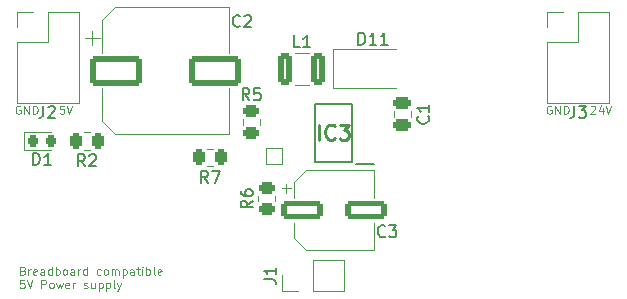
<source format=gto>
G04 #@! TF.GenerationSoftware,KiCad,Pcbnew,(6.0.2)*
G04 #@! TF.CreationDate,2022-07-27T12:55:18+02:00*
G04 #@! TF.ProjectId,DC-DC-Converter,44432d44-432d-4436-9f6e-766572746572,rev?*
G04 #@! TF.SameCoordinates,Original*
G04 #@! TF.FileFunction,Legend,Top*
G04 #@! TF.FilePolarity,Positive*
%FSLAX46Y46*%
G04 Gerber Fmt 4.6, Leading zero omitted, Abs format (unit mm)*
G04 Created by KiCad (PCBNEW (6.0.2)) date 2022-07-27 12:55:18*
%MOMM*%
%LPD*%
G01*
G04 APERTURE LIST*
G04 Aperture macros list*
%AMRoundRect*
0 Rectangle with rounded corners*
0 $1 Rounding radius*
0 $2 $3 $4 $5 $6 $7 $8 $9 X,Y pos of 4 corners*
0 Add a 4 corners polygon primitive as box body*
4,1,4,$2,$3,$4,$5,$6,$7,$8,$9,$2,$3,0*
0 Add four circle primitives for the rounded corners*
1,1,$1+$1,$2,$3*
1,1,$1+$1,$4,$5*
1,1,$1+$1,$6,$7*
1,1,$1+$1,$8,$9*
0 Add four rect primitives between the rounded corners*
20,1,$1+$1,$2,$3,$4,$5,0*
20,1,$1+$1,$4,$5,$6,$7,0*
20,1,$1+$1,$6,$7,$8,$9,0*
20,1,$1+$1,$8,$9,$2,$3,0*%
G04 Aperture macros list end*
%ADD10C,0.100000*%
%ADD11C,0.150000*%
%ADD12C,0.254000*%
%ADD13C,0.120000*%
%ADD14C,0.200000*%
%ADD15R,1.000000X1.000000*%
%ADD16O,1.700000X1.700000*%
%ADD17R,1.700000X1.700000*%
%ADD18RoundRect,0.250000X-0.262500X-0.450000X0.262500X-0.450000X0.262500X0.450000X-0.262500X0.450000X0*%
%ADD19RoundRect,0.250000X0.450000X-0.262500X0.450000X0.262500X-0.450000X0.262500X-0.450000X-0.262500X0*%
%ADD20RoundRect,0.250000X-0.375000X-1.075000X0.375000X-1.075000X0.375000X1.075000X-0.375000X1.075000X0*%
%ADD21R,1.525000X0.700000*%
%ADD22R,2.500000X1.800000*%
%ADD23RoundRect,0.218750X-0.218750X-0.256250X0.218750X-0.256250X0.218750X0.256250X-0.218750X0.256250X0*%
%ADD24RoundRect,0.250000X-1.500000X-0.550000X1.500000X-0.550000X1.500000X0.550000X-1.500000X0.550000X0*%
%ADD25RoundRect,0.250000X-1.950000X-1.000000X1.950000X-1.000000X1.950000X1.000000X-1.950000X1.000000X0*%
%ADD26RoundRect,0.250000X0.475000X-0.250000X0.475000X0.250000X-0.475000X0.250000X-0.475000X-0.250000X0*%
G04 APERTURE END LIST*
D10*
X59165000Y-140586500D02*
X59265000Y-140619833D01*
X59298333Y-140653166D01*
X59331666Y-140719833D01*
X59331666Y-140819833D01*
X59298333Y-140886500D01*
X59265000Y-140919833D01*
X59198333Y-140953166D01*
X58931666Y-140953166D01*
X58931666Y-140253166D01*
X59165000Y-140253166D01*
X59231666Y-140286500D01*
X59265000Y-140319833D01*
X59298333Y-140386500D01*
X59298333Y-140453166D01*
X59265000Y-140519833D01*
X59231666Y-140553166D01*
X59165000Y-140586500D01*
X58931666Y-140586500D01*
X59631666Y-140953166D02*
X59631666Y-140486500D01*
X59631666Y-140619833D02*
X59665000Y-140553166D01*
X59698333Y-140519833D01*
X59765000Y-140486500D01*
X59831666Y-140486500D01*
X60331666Y-140919833D02*
X60265000Y-140953166D01*
X60131666Y-140953166D01*
X60065000Y-140919833D01*
X60031666Y-140853166D01*
X60031666Y-140586500D01*
X60065000Y-140519833D01*
X60131666Y-140486500D01*
X60265000Y-140486500D01*
X60331666Y-140519833D01*
X60365000Y-140586500D01*
X60365000Y-140653166D01*
X60031666Y-140719833D01*
X60965000Y-140953166D02*
X60965000Y-140586500D01*
X60931666Y-140519833D01*
X60865000Y-140486500D01*
X60731666Y-140486500D01*
X60665000Y-140519833D01*
X60965000Y-140919833D02*
X60898333Y-140953166D01*
X60731666Y-140953166D01*
X60665000Y-140919833D01*
X60631666Y-140853166D01*
X60631666Y-140786500D01*
X60665000Y-140719833D01*
X60731666Y-140686500D01*
X60898333Y-140686500D01*
X60965000Y-140653166D01*
X61598333Y-140953166D02*
X61598333Y-140253166D01*
X61598333Y-140919833D02*
X61531666Y-140953166D01*
X61398333Y-140953166D01*
X61331666Y-140919833D01*
X61298333Y-140886500D01*
X61265000Y-140819833D01*
X61265000Y-140619833D01*
X61298333Y-140553166D01*
X61331666Y-140519833D01*
X61398333Y-140486500D01*
X61531666Y-140486500D01*
X61598333Y-140519833D01*
X61931666Y-140953166D02*
X61931666Y-140253166D01*
X61931666Y-140519833D02*
X61998333Y-140486500D01*
X62131666Y-140486500D01*
X62198333Y-140519833D01*
X62231666Y-140553166D01*
X62265000Y-140619833D01*
X62265000Y-140819833D01*
X62231666Y-140886500D01*
X62198333Y-140919833D01*
X62131666Y-140953166D01*
X61998333Y-140953166D01*
X61931666Y-140919833D01*
X62665000Y-140953166D02*
X62598333Y-140919833D01*
X62565000Y-140886500D01*
X62531666Y-140819833D01*
X62531666Y-140619833D01*
X62565000Y-140553166D01*
X62598333Y-140519833D01*
X62665000Y-140486500D01*
X62765000Y-140486500D01*
X62831666Y-140519833D01*
X62865000Y-140553166D01*
X62898333Y-140619833D01*
X62898333Y-140819833D01*
X62865000Y-140886500D01*
X62831666Y-140919833D01*
X62765000Y-140953166D01*
X62665000Y-140953166D01*
X63498333Y-140953166D02*
X63498333Y-140586500D01*
X63465000Y-140519833D01*
X63398333Y-140486500D01*
X63265000Y-140486500D01*
X63198333Y-140519833D01*
X63498333Y-140919833D02*
X63431666Y-140953166D01*
X63265000Y-140953166D01*
X63198333Y-140919833D01*
X63165000Y-140853166D01*
X63165000Y-140786500D01*
X63198333Y-140719833D01*
X63265000Y-140686500D01*
X63431666Y-140686500D01*
X63498333Y-140653166D01*
X63831666Y-140953166D02*
X63831666Y-140486500D01*
X63831666Y-140619833D02*
X63865000Y-140553166D01*
X63898333Y-140519833D01*
X63965000Y-140486500D01*
X64031666Y-140486500D01*
X64565000Y-140953166D02*
X64565000Y-140253166D01*
X64565000Y-140919833D02*
X64498333Y-140953166D01*
X64365000Y-140953166D01*
X64298333Y-140919833D01*
X64265000Y-140886500D01*
X64231666Y-140819833D01*
X64231666Y-140619833D01*
X64265000Y-140553166D01*
X64298333Y-140519833D01*
X64365000Y-140486500D01*
X64498333Y-140486500D01*
X64565000Y-140519833D01*
X65731666Y-140919833D02*
X65665000Y-140953166D01*
X65531666Y-140953166D01*
X65465000Y-140919833D01*
X65431666Y-140886500D01*
X65398333Y-140819833D01*
X65398333Y-140619833D01*
X65431666Y-140553166D01*
X65465000Y-140519833D01*
X65531666Y-140486500D01*
X65665000Y-140486500D01*
X65731666Y-140519833D01*
X66131666Y-140953166D02*
X66065000Y-140919833D01*
X66031666Y-140886500D01*
X65998333Y-140819833D01*
X65998333Y-140619833D01*
X66031666Y-140553166D01*
X66065000Y-140519833D01*
X66131666Y-140486500D01*
X66231666Y-140486500D01*
X66298333Y-140519833D01*
X66331666Y-140553166D01*
X66365000Y-140619833D01*
X66365000Y-140819833D01*
X66331666Y-140886500D01*
X66298333Y-140919833D01*
X66231666Y-140953166D01*
X66131666Y-140953166D01*
X66665000Y-140953166D02*
X66665000Y-140486500D01*
X66665000Y-140553166D02*
X66698333Y-140519833D01*
X66765000Y-140486500D01*
X66865000Y-140486500D01*
X66931666Y-140519833D01*
X66965000Y-140586500D01*
X66965000Y-140953166D01*
X66965000Y-140586500D02*
X66998333Y-140519833D01*
X67065000Y-140486500D01*
X67165000Y-140486500D01*
X67231666Y-140519833D01*
X67265000Y-140586500D01*
X67265000Y-140953166D01*
X67598333Y-140486500D02*
X67598333Y-141186500D01*
X67598333Y-140519833D02*
X67665000Y-140486500D01*
X67798333Y-140486500D01*
X67865000Y-140519833D01*
X67898333Y-140553166D01*
X67931666Y-140619833D01*
X67931666Y-140819833D01*
X67898333Y-140886500D01*
X67865000Y-140919833D01*
X67798333Y-140953166D01*
X67665000Y-140953166D01*
X67598333Y-140919833D01*
X68531666Y-140953166D02*
X68531666Y-140586500D01*
X68498333Y-140519833D01*
X68431666Y-140486500D01*
X68298333Y-140486500D01*
X68231666Y-140519833D01*
X68531666Y-140919833D02*
X68465000Y-140953166D01*
X68298333Y-140953166D01*
X68231666Y-140919833D01*
X68198333Y-140853166D01*
X68198333Y-140786500D01*
X68231666Y-140719833D01*
X68298333Y-140686500D01*
X68465000Y-140686500D01*
X68531666Y-140653166D01*
X68765000Y-140486500D02*
X69031666Y-140486500D01*
X68865000Y-140253166D02*
X68865000Y-140853166D01*
X68898333Y-140919833D01*
X68965000Y-140953166D01*
X69031666Y-140953166D01*
X69265000Y-140953166D02*
X69265000Y-140486500D01*
X69265000Y-140253166D02*
X69231666Y-140286500D01*
X69265000Y-140319833D01*
X69298333Y-140286500D01*
X69265000Y-140253166D01*
X69265000Y-140319833D01*
X69598333Y-140953166D02*
X69598333Y-140253166D01*
X69598333Y-140519833D02*
X69665000Y-140486500D01*
X69798333Y-140486500D01*
X69865000Y-140519833D01*
X69898333Y-140553166D01*
X69931666Y-140619833D01*
X69931666Y-140819833D01*
X69898333Y-140886500D01*
X69865000Y-140919833D01*
X69798333Y-140953166D01*
X69665000Y-140953166D01*
X69598333Y-140919833D01*
X70331666Y-140953166D02*
X70265000Y-140919833D01*
X70231666Y-140853166D01*
X70231666Y-140253166D01*
X70865000Y-140919833D02*
X70798333Y-140953166D01*
X70665000Y-140953166D01*
X70598333Y-140919833D01*
X70565000Y-140853166D01*
X70565000Y-140586500D01*
X70598333Y-140519833D01*
X70665000Y-140486500D01*
X70798333Y-140486500D01*
X70865000Y-140519833D01*
X70898333Y-140586500D01*
X70898333Y-140653166D01*
X70565000Y-140719833D01*
X59265000Y-141380166D02*
X58931666Y-141380166D01*
X58898333Y-141713500D01*
X58931666Y-141680166D01*
X58998333Y-141646833D01*
X59165000Y-141646833D01*
X59231666Y-141680166D01*
X59265000Y-141713500D01*
X59298333Y-141780166D01*
X59298333Y-141946833D01*
X59265000Y-142013500D01*
X59231666Y-142046833D01*
X59165000Y-142080166D01*
X58998333Y-142080166D01*
X58931666Y-142046833D01*
X58898333Y-142013500D01*
X59498333Y-141380166D02*
X59731666Y-142080166D01*
X59965000Y-141380166D01*
X60731666Y-142080166D02*
X60731666Y-141380166D01*
X60998333Y-141380166D01*
X61065000Y-141413500D01*
X61098333Y-141446833D01*
X61131666Y-141513500D01*
X61131666Y-141613500D01*
X61098333Y-141680166D01*
X61065000Y-141713500D01*
X60998333Y-141746833D01*
X60731666Y-141746833D01*
X61531666Y-142080166D02*
X61465000Y-142046833D01*
X61431666Y-142013500D01*
X61398333Y-141946833D01*
X61398333Y-141746833D01*
X61431666Y-141680166D01*
X61465000Y-141646833D01*
X61531666Y-141613500D01*
X61631666Y-141613500D01*
X61698333Y-141646833D01*
X61731666Y-141680166D01*
X61765000Y-141746833D01*
X61765000Y-141946833D01*
X61731666Y-142013500D01*
X61698333Y-142046833D01*
X61631666Y-142080166D01*
X61531666Y-142080166D01*
X61998333Y-141613500D02*
X62131666Y-142080166D01*
X62265000Y-141746833D01*
X62398333Y-142080166D01*
X62531666Y-141613500D01*
X63065000Y-142046833D02*
X62998333Y-142080166D01*
X62865000Y-142080166D01*
X62798333Y-142046833D01*
X62765000Y-141980166D01*
X62765000Y-141713500D01*
X62798333Y-141646833D01*
X62865000Y-141613500D01*
X62998333Y-141613500D01*
X63065000Y-141646833D01*
X63098333Y-141713500D01*
X63098333Y-141780166D01*
X62765000Y-141846833D01*
X63398333Y-142080166D02*
X63398333Y-141613500D01*
X63398333Y-141746833D02*
X63431666Y-141680166D01*
X63465000Y-141646833D01*
X63531666Y-141613500D01*
X63598333Y-141613500D01*
X64331666Y-142046833D02*
X64398333Y-142080166D01*
X64531666Y-142080166D01*
X64598333Y-142046833D01*
X64631666Y-141980166D01*
X64631666Y-141946833D01*
X64598333Y-141880166D01*
X64531666Y-141846833D01*
X64431666Y-141846833D01*
X64365000Y-141813500D01*
X64331666Y-141746833D01*
X64331666Y-141713500D01*
X64365000Y-141646833D01*
X64431666Y-141613500D01*
X64531666Y-141613500D01*
X64598333Y-141646833D01*
X65231666Y-141613500D02*
X65231666Y-142080166D01*
X64931666Y-141613500D02*
X64931666Y-141980166D01*
X64965000Y-142046833D01*
X65031666Y-142080166D01*
X65131666Y-142080166D01*
X65198333Y-142046833D01*
X65231666Y-142013500D01*
X65565000Y-141613500D02*
X65565000Y-142313500D01*
X65565000Y-141646833D02*
X65631666Y-141613500D01*
X65765000Y-141613500D01*
X65831666Y-141646833D01*
X65865000Y-141680166D01*
X65898333Y-141746833D01*
X65898333Y-141946833D01*
X65865000Y-142013500D01*
X65831666Y-142046833D01*
X65765000Y-142080166D01*
X65631666Y-142080166D01*
X65565000Y-142046833D01*
X66198333Y-141613500D02*
X66198333Y-142313500D01*
X66198333Y-141646833D02*
X66265000Y-141613500D01*
X66398333Y-141613500D01*
X66465000Y-141646833D01*
X66498333Y-141680166D01*
X66531666Y-141746833D01*
X66531666Y-141946833D01*
X66498333Y-142013500D01*
X66465000Y-142046833D01*
X66398333Y-142080166D01*
X66265000Y-142080166D01*
X66198333Y-142046833D01*
X66931666Y-142080166D02*
X66865000Y-142046833D01*
X66831666Y-141980166D01*
X66831666Y-141380166D01*
X67131666Y-141613500D02*
X67298333Y-142080166D01*
X67465000Y-141613500D02*
X67298333Y-142080166D01*
X67231666Y-142246833D01*
X67198333Y-142280166D01*
X67131666Y-142313500D01*
X103900000Y-126650000D02*
X103833333Y-126616666D01*
X103733333Y-126616666D01*
X103633333Y-126650000D01*
X103566666Y-126716666D01*
X103533333Y-126783333D01*
X103500000Y-126916666D01*
X103500000Y-127016666D01*
X103533333Y-127150000D01*
X103566666Y-127216666D01*
X103633333Y-127283333D01*
X103733333Y-127316666D01*
X103800000Y-127316666D01*
X103900000Y-127283333D01*
X103933333Y-127250000D01*
X103933333Y-127016666D01*
X103800000Y-127016666D01*
X104233333Y-127316666D02*
X104233333Y-126616666D01*
X104633333Y-127316666D01*
X104633333Y-126616666D01*
X104966666Y-127316666D02*
X104966666Y-126616666D01*
X105133333Y-126616666D01*
X105233333Y-126650000D01*
X105300000Y-126716666D01*
X105333333Y-126783333D01*
X105366666Y-126916666D01*
X105366666Y-127016666D01*
X105333333Y-127150000D01*
X105300000Y-127216666D01*
X105233333Y-127283333D01*
X105133333Y-127316666D01*
X104966666Y-127316666D01*
X107233333Y-126683333D02*
X107266666Y-126650000D01*
X107333333Y-126616666D01*
X107500000Y-126616666D01*
X107566666Y-126650000D01*
X107600000Y-126683333D01*
X107633333Y-126750000D01*
X107633333Y-126816666D01*
X107600000Y-126916666D01*
X107200000Y-127316666D01*
X107633333Y-127316666D01*
X108233333Y-126850000D02*
X108233333Y-127316666D01*
X108066666Y-126583333D02*
X107900000Y-127083333D01*
X108333333Y-127083333D01*
X108500000Y-126616666D02*
X108733333Y-127316666D01*
X108966666Y-126616666D01*
X58933333Y-126650000D02*
X58866666Y-126616666D01*
X58766666Y-126616666D01*
X58666666Y-126650000D01*
X58600000Y-126716666D01*
X58566666Y-126783333D01*
X58533333Y-126916666D01*
X58533333Y-127016666D01*
X58566666Y-127150000D01*
X58600000Y-127216666D01*
X58666666Y-127283333D01*
X58766666Y-127316666D01*
X58833333Y-127316666D01*
X58933333Y-127283333D01*
X58966666Y-127250000D01*
X58966666Y-127016666D01*
X58833333Y-127016666D01*
X59266666Y-127316666D02*
X59266666Y-126616666D01*
X59666666Y-127316666D01*
X59666666Y-126616666D01*
X60000000Y-127316666D02*
X60000000Y-126616666D01*
X60166666Y-126616666D01*
X60266666Y-126650000D01*
X60333333Y-126716666D01*
X60366666Y-126783333D01*
X60400000Y-126916666D01*
X60400000Y-127016666D01*
X60366666Y-127150000D01*
X60333333Y-127216666D01*
X60266666Y-127283333D01*
X60166666Y-127316666D01*
X60000000Y-127316666D01*
X62633333Y-126616666D02*
X62300000Y-126616666D01*
X62266666Y-126950000D01*
X62300000Y-126916666D01*
X62366666Y-126883333D01*
X62533333Y-126883333D01*
X62600000Y-126916666D01*
X62633333Y-126950000D01*
X62666666Y-127016666D01*
X62666666Y-127183333D01*
X62633333Y-127250000D01*
X62600000Y-127283333D01*
X62533333Y-127316666D01*
X62366666Y-127316666D01*
X62300000Y-127283333D01*
X62266666Y-127250000D01*
X62866666Y-126616666D02*
X63100000Y-127316666D01*
X63333333Y-126616666D01*
D11*
X105836666Y-126652380D02*
X105836666Y-127366666D01*
X105789047Y-127509523D01*
X105693809Y-127604761D01*
X105550952Y-127652380D01*
X105455714Y-127652380D01*
X106217619Y-126652380D02*
X106836666Y-126652380D01*
X106503333Y-127033333D01*
X106646190Y-127033333D01*
X106741428Y-127080952D01*
X106789047Y-127128571D01*
X106836666Y-127223809D01*
X106836666Y-127461904D01*
X106789047Y-127557142D01*
X106741428Y-127604761D01*
X106646190Y-127652380D01*
X106360476Y-127652380D01*
X106265238Y-127604761D01*
X106217619Y-127557142D01*
X60866666Y-126652380D02*
X60866666Y-127366666D01*
X60819047Y-127509523D01*
X60723809Y-127604761D01*
X60580952Y-127652380D01*
X60485714Y-127652380D01*
X61295238Y-126747619D02*
X61342857Y-126700000D01*
X61438095Y-126652380D01*
X61676190Y-126652380D01*
X61771428Y-126700000D01*
X61819047Y-126747619D01*
X61866666Y-126842857D01*
X61866666Y-126938095D01*
X61819047Y-127080952D01*
X61247619Y-127652380D01*
X61866666Y-127652380D01*
X74833333Y-133152380D02*
X74500000Y-132676190D01*
X74261904Y-133152380D02*
X74261904Y-132152380D01*
X74642857Y-132152380D01*
X74738095Y-132200000D01*
X74785714Y-132247619D01*
X74833333Y-132342857D01*
X74833333Y-132485714D01*
X74785714Y-132580952D01*
X74738095Y-132628571D01*
X74642857Y-132676190D01*
X74261904Y-132676190D01*
X75166666Y-132152380D02*
X75833333Y-132152380D01*
X75404761Y-133152380D01*
X78602380Y-134666666D02*
X78126190Y-135000000D01*
X78602380Y-135238095D02*
X77602380Y-135238095D01*
X77602380Y-134857142D01*
X77650000Y-134761904D01*
X77697619Y-134714285D01*
X77792857Y-134666666D01*
X77935714Y-134666666D01*
X78030952Y-134714285D01*
X78078571Y-134761904D01*
X78126190Y-134857142D01*
X78126190Y-135238095D01*
X77602380Y-133809523D02*
X77602380Y-134000000D01*
X77650000Y-134095238D01*
X77697619Y-134142857D01*
X77840476Y-134238095D01*
X78030952Y-134285714D01*
X78411904Y-134285714D01*
X78507142Y-134238095D01*
X78554761Y-134190476D01*
X78602380Y-134095238D01*
X78602380Y-133904761D01*
X78554761Y-133809523D01*
X78507142Y-133761904D01*
X78411904Y-133714285D01*
X78173809Y-133714285D01*
X78078571Y-133761904D01*
X78030952Y-133809523D01*
X77983333Y-133904761D01*
X77983333Y-134095238D01*
X78030952Y-134190476D01*
X78078571Y-134238095D01*
X78173809Y-134285714D01*
X78333333Y-126152380D02*
X78000000Y-125676190D01*
X77761904Y-126152380D02*
X77761904Y-125152380D01*
X78142857Y-125152380D01*
X78238095Y-125200000D01*
X78285714Y-125247619D01*
X78333333Y-125342857D01*
X78333333Y-125485714D01*
X78285714Y-125580952D01*
X78238095Y-125628571D01*
X78142857Y-125676190D01*
X77761904Y-125676190D01*
X79238095Y-125152380D02*
X78761904Y-125152380D01*
X78714285Y-125628571D01*
X78761904Y-125580952D01*
X78857142Y-125533333D01*
X79095238Y-125533333D01*
X79190476Y-125580952D01*
X79238095Y-125628571D01*
X79285714Y-125723809D01*
X79285714Y-125961904D01*
X79238095Y-126057142D01*
X79190476Y-126104761D01*
X79095238Y-126152380D01*
X78857142Y-126152380D01*
X78761904Y-126104761D01*
X78714285Y-126057142D01*
X64403333Y-131752380D02*
X64070000Y-131276190D01*
X63831904Y-131752380D02*
X63831904Y-130752380D01*
X64212857Y-130752380D01*
X64308095Y-130800000D01*
X64355714Y-130847619D01*
X64403333Y-130942857D01*
X64403333Y-131085714D01*
X64355714Y-131180952D01*
X64308095Y-131228571D01*
X64212857Y-131276190D01*
X63831904Y-131276190D01*
X64784285Y-130847619D02*
X64831904Y-130800000D01*
X64927142Y-130752380D01*
X65165238Y-130752380D01*
X65260476Y-130800000D01*
X65308095Y-130847619D01*
X65355714Y-130942857D01*
X65355714Y-131038095D01*
X65308095Y-131180952D01*
X64736666Y-131752380D01*
X65355714Y-131752380D01*
X82613333Y-121672380D02*
X82137142Y-121672380D01*
X82137142Y-120672380D01*
X83470476Y-121672380D02*
X82899047Y-121672380D01*
X83184761Y-121672380D02*
X83184761Y-120672380D01*
X83089523Y-120815238D01*
X82994285Y-120910476D01*
X82899047Y-120958095D01*
X79572380Y-141333333D02*
X80286666Y-141333333D01*
X80429523Y-141380952D01*
X80524761Y-141476190D01*
X80572380Y-141619047D01*
X80572380Y-141714285D01*
X80572380Y-140333333D02*
X80572380Y-140904761D01*
X80572380Y-140619047D02*
X79572380Y-140619047D01*
X79715238Y-140714285D01*
X79810476Y-140809523D01*
X79858095Y-140904761D01*
D12*
X84210238Y-129504523D02*
X84210238Y-128234523D01*
X85540714Y-129383571D02*
X85480238Y-129444047D01*
X85298809Y-129504523D01*
X85177857Y-129504523D01*
X84996428Y-129444047D01*
X84875476Y-129323095D01*
X84815000Y-129202142D01*
X84754523Y-128960238D01*
X84754523Y-128778809D01*
X84815000Y-128536904D01*
X84875476Y-128415952D01*
X84996428Y-128295000D01*
X85177857Y-128234523D01*
X85298809Y-128234523D01*
X85480238Y-128295000D01*
X85540714Y-128355476D01*
X85964047Y-128234523D02*
X86750238Y-128234523D01*
X86326904Y-128718333D01*
X86508333Y-128718333D01*
X86629285Y-128778809D01*
X86689761Y-128839285D01*
X86750238Y-128960238D01*
X86750238Y-129262619D01*
X86689761Y-129383571D01*
X86629285Y-129444047D01*
X86508333Y-129504523D01*
X86145476Y-129504523D01*
X86024523Y-129444047D01*
X85964047Y-129383571D01*
D11*
X87565714Y-121452380D02*
X87565714Y-120452380D01*
X87803809Y-120452380D01*
X87946666Y-120500000D01*
X88041904Y-120595238D01*
X88089523Y-120690476D01*
X88137142Y-120880952D01*
X88137142Y-121023809D01*
X88089523Y-121214285D01*
X88041904Y-121309523D01*
X87946666Y-121404761D01*
X87803809Y-121452380D01*
X87565714Y-121452380D01*
X89089523Y-121452380D02*
X88518095Y-121452380D01*
X88803809Y-121452380D02*
X88803809Y-120452380D01*
X88708571Y-120595238D01*
X88613333Y-120690476D01*
X88518095Y-120738095D01*
X90041904Y-121452380D02*
X89470476Y-121452380D01*
X89756190Y-121452380D02*
X89756190Y-120452380D01*
X89660952Y-120595238D01*
X89565714Y-120690476D01*
X89470476Y-120738095D01*
X60031904Y-131652380D02*
X60031904Y-130652380D01*
X60270000Y-130652380D01*
X60412857Y-130700000D01*
X60508095Y-130795238D01*
X60555714Y-130890476D01*
X60603333Y-131080952D01*
X60603333Y-131223809D01*
X60555714Y-131414285D01*
X60508095Y-131509523D01*
X60412857Y-131604761D01*
X60270000Y-131652380D01*
X60031904Y-131652380D01*
X61555714Y-131652380D02*
X60984285Y-131652380D01*
X61270000Y-131652380D02*
X61270000Y-130652380D01*
X61174761Y-130795238D01*
X61079523Y-130890476D01*
X60984285Y-130938095D01*
X89833333Y-137657142D02*
X89785714Y-137704761D01*
X89642857Y-137752380D01*
X89547619Y-137752380D01*
X89404761Y-137704761D01*
X89309523Y-137609523D01*
X89261904Y-137514285D01*
X89214285Y-137323809D01*
X89214285Y-137180952D01*
X89261904Y-136990476D01*
X89309523Y-136895238D01*
X89404761Y-136800000D01*
X89547619Y-136752380D01*
X89642857Y-136752380D01*
X89785714Y-136800000D01*
X89833333Y-136847619D01*
X90166666Y-136752380D02*
X90785714Y-136752380D01*
X90452380Y-137133333D01*
X90595238Y-137133333D01*
X90690476Y-137180952D01*
X90738095Y-137228571D01*
X90785714Y-137323809D01*
X90785714Y-137561904D01*
X90738095Y-137657142D01*
X90690476Y-137704761D01*
X90595238Y-137752380D01*
X90309523Y-137752380D01*
X90214285Y-137704761D01*
X90166666Y-137657142D01*
X77533333Y-119857142D02*
X77485714Y-119904761D01*
X77342857Y-119952380D01*
X77247619Y-119952380D01*
X77104761Y-119904761D01*
X77009523Y-119809523D01*
X76961904Y-119714285D01*
X76914285Y-119523809D01*
X76914285Y-119380952D01*
X76961904Y-119190476D01*
X77009523Y-119095238D01*
X77104761Y-119000000D01*
X77247619Y-118952380D01*
X77342857Y-118952380D01*
X77485714Y-119000000D01*
X77533333Y-119047619D01*
X77914285Y-119047619D02*
X77961904Y-119000000D01*
X78057142Y-118952380D01*
X78295238Y-118952380D01*
X78390476Y-119000000D01*
X78438095Y-119047619D01*
X78485714Y-119142857D01*
X78485714Y-119238095D01*
X78438095Y-119380952D01*
X77866666Y-119952380D01*
X78485714Y-119952380D01*
X93457142Y-127516666D02*
X93504761Y-127564285D01*
X93552380Y-127707142D01*
X93552380Y-127802380D01*
X93504761Y-127945238D01*
X93409523Y-128040476D01*
X93314285Y-128088095D01*
X93123809Y-128135714D01*
X92980952Y-128135714D01*
X92790476Y-128088095D01*
X92695238Y-128040476D01*
X92600000Y-127945238D01*
X92552380Y-127802380D01*
X92552380Y-127707142D01*
X92600000Y-127564285D01*
X92647619Y-127516666D01*
X93552380Y-126564285D02*
X93552380Y-127135714D01*
X93552380Y-126850000D02*
X92552380Y-126850000D01*
X92695238Y-126945238D01*
X92790476Y-127040476D01*
X92838095Y-127135714D01*
D13*
X79700000Y-131600000D02*
X79700000Y-130200000D01*
X81100000Y-130200000D02*
X81100000Y-131600000D01*
X79700000Y-130200000D02*
X81100000Y-130200000D01*
X81100000Y-131600000D02*
X79700000Y-131600000D01*
X106170000Y-118670000D02*
X108770000Y-118670000D01*
X103570000Y-120000000D02*
X103570000Y-118670000D01*
X103570000Y-121270000D02*
X106170000Y-121270000D01*
X103570000Y-121270000D02*
X103570000Y-126410000D01*
X103570000Y-118670000D02*
X104900000Y-118670000D01*
X108770000Y-118670000D02*
X108770000Y-126410000D01*
X103570000Y-126410000D02*
X108770000Y-126410000D01*
X106170000Y-121270000D02*
X106170000Y-118670000D01*
X61270000Y-118670000D02*
X63870000Y-118670000D01*
X58670000Y-120000000D02*
X58670000Y-118670000D01*
X58670000Y-121270000D02*
X61270000Y-121270000D01*
X58670000Y-121270000D02*
X58670000Y-126410000D01*
X58670000Y-118670000D02*
X60000000Y-118670000D01*
X63870000Y-118670000D02*
X63870000Y-126410000D01*
X58670000Y-126410000D02*
X63870000Y-126410000D01*
X61270000Y-121270000D02*
X61270000Y-118670000D01*
X74772936Y-131735000D02*
X75227064Y-131735000D01*
X74772936Y-130265000D02*
X75227064Y-130265000D01*
X80535000Y-134727064D02*
X80535000Y-134272936D01*
X79065000Y-134727064D02*
X79065000Y-134272936D01*
X79235000Y-128227064D02*
X79235000Y-127772936D01*
X77765000Y-128227064D02*
X77765000Y-127772936D01*
X64342936Y-130355000D02*
X64797064Y-130355000D01*
X64342936Y-128885000D02*
X64797064Y-128885000D01*
X82177936Y-122140000D02*
X83382064Y-122140000D01*
X82177936Y-124860000D02*
X83382064Y-124860000D01*
X83720000Y-139670000D02*
X86320000Y-139670000D01*
X81120000Y-142330000D02*
X81120000Y-141000000D01*
X83720000Y-142330000D02*
X83720000Y-139670000D01*
X83720000Y-142330000D02*
X86320000Y-142330000D01*
X86320000Y-142330000D02*
X86320000Y-139670000D01*
X82450000Y-142330000D02*
X81120000Y-142330000D01*
D14*
X88925000Y-131535000D02*
X87400000Y-131535000D01*
X87050000Y-126480000D02*
X87050000Y-131380000D01*
X83850000Y-126480000D02*
X87050000Y-126480000D01*
X83850000Y-131380000D02*
X83850000Y-126480000D01*
X87050000Y-131380000D02*
X83850000Y-131380000D01*
D13*
X85380000Y-121850000D02*
X85380000Y-125150000D01*
X85380000Y-125150000D02*
X90780000Y-125150000D01*
X85380000Y-121850000D02*
X90780000Y-121850000D01*
X61570000Y-128885000D02*
X59285000Y-128885000D01*
X59285000Y-128885000D02*
X59285000Y-130355000D01*
X59285000Y-130355000D02*
X61570000Y-130355000D01*
X82090000Y-137815563D02*
X82090000Y-136530000D01*
X82090000Y-133124437D02*
X83154437Y-132060000D01*
X83154437Y-138880000D02*
X88910000Y-138880000D01*
X88910000Y-138880000D02*
X88910000Y-136530000D01*
X83154437Y-132060000D02*
X88910000Y-132060000D01*
X82090000Y-133124437D02*
X82090000Y-134410000D01*
X81456250Y-133228750D02*
X81456250Y-134016250D01*
X88910000Y-132060000D02*
X88910000Y-134410000D01*
X81062500Y-133622500D02*
X81850000Y-133622500D01*
X82090000Y-137815563D02*
X83154437Y-138880000D01*
X66954437Y-129020000D02*
X76610000Y-129020000D01*
X64400000Y-120900000D02*
X65650000Y-120900000D01*
X65890000Y-119364437D02*
X65890000Y-122150000D01*
X65025000Y-120275000D02*
X65025000Y-121525000D01*
X65890000Y-127955563D02*
X66954437Y-129020000D01*
X66954437Y-118300000D02*
X76610000Y-118300000D01*
X76610000Y-129020000D02*
X76610000Y-125170000D01*
X65890000Y-119364437D02*
X66954437Y-118300000D01*
X76610000Y-118300000D02*
X76610000Y-122150000D01*
X65890000Y-127955563D02*
X65890000Y-125170000D01*
X90545000Y-127611252D02*
X90545000Y-127088748D01*
X92015000Y-127611252D02*
X92015000Y-127088748D01*
%LPC*%
D15*
X80400000Y-130900000D03*
D16*
X107440000Y-125080000D03*
X104900000Y-125080000D03*
X107440000Y-122540000D03*
X104900000Y-122540000D03*
X107440000Y-120000000D03*
D17*
X104900000Y-120000000D03*
D16*
X62540000Y-125080000D03*
X60000000Y-125080000D03*
X62540000Y-122540000D03*
X60000000Y-122540000D03*
X62540000Y-120000000D03*
D17*
X60000000Y-120000000D03*
D18*
X75912500Y-131000000D03*
X74087500Y-131000000D03*
D19*
X79800000Y-133587500D03*
X79800000Y-135412500D03*
X78500000Y-127087500D03*
X78500000Y-128912500D03*
D18*
X65482500Y-129620000D03*
X63657500Y-129620000D03*
D20*
X84180000Y-123500000D03*
X81380000Y-123500000D03*
D16*
X84990000Y-141000000D03*
D17*
X82450000Y-141000000D03*
D21*
X82738000Y-130835000D03*
X82738000Y-129565000D03*
X82738000Y-128295000D03*
X82738000Y-127025000D03*
X88162000Y-127025000D03*
X88162000Y-128295000D03*
X88162000Y-129565000D03*
X88162000Y-130835000D03*
D22*
X90780000Y-123500000D03*
X86780000Y-123500000D03*
D23*
X61557500Y-129620000D03*
X59982500Y-129620000D03*
D24*
X88200000Y-135470000D03*
X82800000Y-135470000D03*
D25*
X75450000Y-123660000D03*
X67050000Y-123660000D03*
D26*
X91280000Y-126400000D03*
X91280000Y-128300000D03*
M02*

</source>
